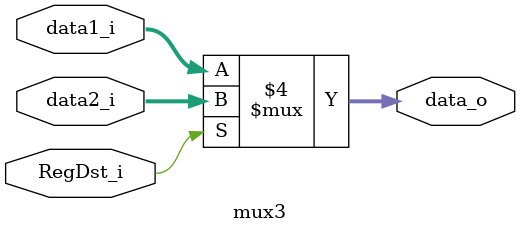
<source format=v>
module  mux3(
	RegDst_i,
	data1_i,
	data2_i,
	data_o
);

input   [4:0]  		data1_i; 
input   [4:0]		data2_i;
input			   	RegDst_i;
output  reg [4:0] 	data_o;

always@(data1_i or data2_i or RegDst_i) begin
	if(RegDst_i == 1'b0) begin
		data_o = data1_i;
	end
	else begin
		data_o = data2_i;
	end
end

endmodule

</source>
